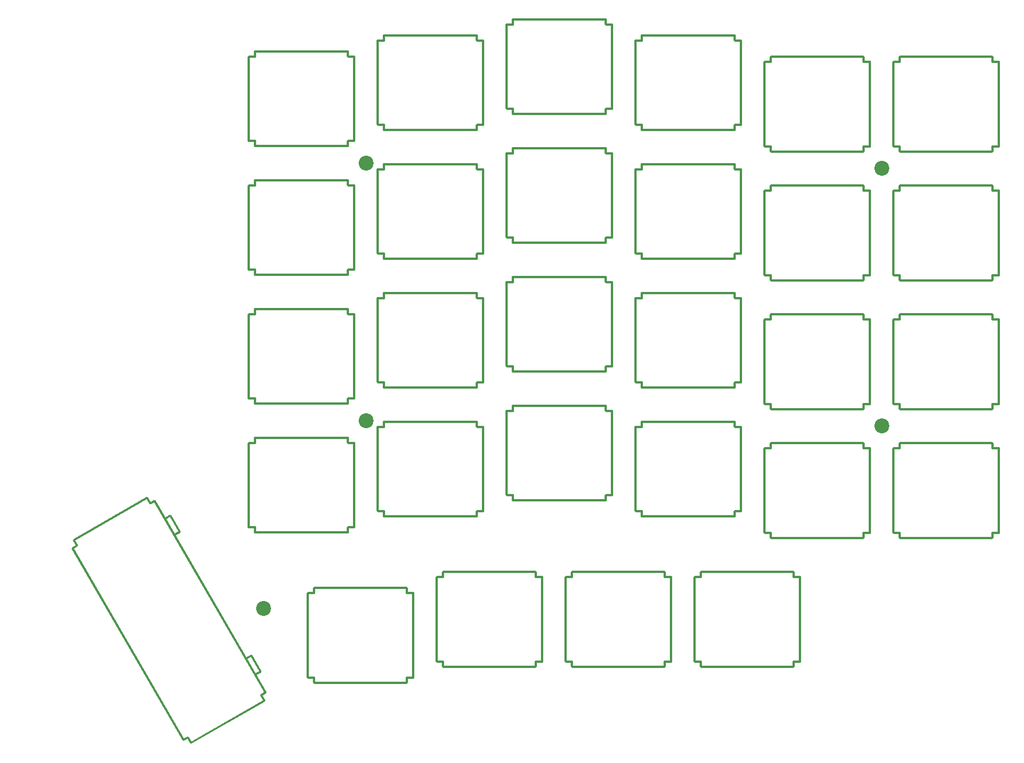
<source format=gbr>
%TF.GenerationSoftware,KiCad,Pcbnew,(5.1.9-0-10_14)*%
%TF.CreationDate,2021-04-19T01:21:19-05:00*%
%TF.ProjectId,wren-right-top,7772656e-2d72-4696-9768-742d746f702e,rev?*%
%TF.SameCoordinates,Original*%
%TF.FileFunction,Soldermask,Top*%
%TF.FilePolarity,Negative*%
%FSLAX46Y46*%
G04 Gerber Fmt 4.6, Leading zero omitted, Abs format (unit mm)*
G04 Created by KiCad (PCBNEW (5.1.9-0-10_14)) date 2021-04-19 01:21:19*
%MOMM*%
%LPD*%
G01*
G04 APERTURE LIST*
%ADD10O,0.300000X1.050000*%
%ADD11O,1.250000X0.300000*%
%ADD12O,0.300000X12.800000*%
%ADD13O,14.000000X0.300000*%
%ADD14C,2.200000*%
G04 APERTURE END LIST*
D10*
%TO.C,MX44*%
X143400750Y-141562500D03*
D11*
X143875750Y-141187500D03*
X143875750Y-128687500D03*
D10*
X143400750Y-128312500D03*
X129700750Y-128312500D03*
D11*
X129225750Y-128687500D03*
X129225750Y-141187500D03*
D10*
X129700750Y-141562500D03*
D12*
X144350750Y-134937500D03*
X128750750Y-134937500D03*
D13*
X136550750Y-141937500D03*
X136550750Y-127937500D03*
%TD*%
%TO.C,MX41*%
G36*
G01*
X63337900Y-140417803D02*
X62546006Y-140875003D01*
G75*
G02*
X62337824Y-140819221I-76200J131982D01*
G01*
X62337824Y-140819221D01*
G75*
G02*
X62393606Y-140611039I131982J76200D01*
G01*
X63185500Y-140153839D01*
G75*
G02*
X63393682Y-140209621I76200J-131982D01*
G01*
X63393682Y-140209621D01*
G75*
G02*
X63337900Y-140417803I-131982J-76200D01*
G01*
G37*
G36*
G01*
X64709500Y-142793484D02*
X63917606Y-143250684D01*
G75*
G02*
X63709424Y-143194902I-76200J131982D01*
G01*
X63709424Y-143194902D01*
G75*
G02*
X63765206Y-142986720I131982J76200D01*
G01*
X64557100Y-142529520D01*
G75*
G02*
X64765282Y-142585302I76200J-131982D01*
G01*
X64765282Y-142585302D01*
G75*
G02*
X64709500Y-142793484I-131982J-76200D01*
G01*
G37*
G36*
G01*
X52771500Y-122116261D02*
X51979606Y-122573461D01*
G75*
G02*
X51771424Y-122517679I-76200J131982D01*
G01*
X51771424Y-122517679D01*
G75*
G02*
X51827206Y-122309497I131982J76200D01*
G01*
X52619100Y-121852297D01*
G75*
G02*
X52827282Y-121908079I76200J-131982D01*
G01*
X52827282Y-121908079D01*
G75*
G02*
X52771500Y-122116261I-131982J-76200D01*
G01*
G37*
G36*
G01*
X65442178Y-145907320D02*
X64792658Y-146282320D01*
G75*
G02*
X64587754Y-146227416I-75000J129904D01*
G01*
X64587754Y-146227416D01*
G75*
G02*
X64642658Y-146022512I129904J75000D01*
G01*
X65292178Y-145647512D01*
G75*
G02*
X65497082Y-145702416I75000J-129904D01*
G01*
X65497082Y-145702416D01*
G75*
G02*
X65442178Y-145907320I-129904J-75000D01*
G01*
G37*
G36*
G01*
X52771500Y-122116261D02*
X52771500Y-122116261D01*
G75*
G02*
X52563318Y-122060479I-76200J131982D01*
G01*
X51191718Y-119684799D01*
G75*
G02*
X51247500Y-119476617I131982J76200D01*
G01*
X51247500Y-119476617D01*
G75*
G02*
X51455682Y-119532399I76200J-131982D01*
G01*
X52827282Y-121908079D01*
G75*
G02*
X52771500Y-122116261I-131982J-76200D01*
G01*
G37*
G36*
G01*
X64709500Y-142793483D02*
X64709500Y-142793483D01*
G75*
G02*
X64501318Y-142737701I-76200J131982D01*
G01*
X63129718Y-140362021D01*
G75*
G02*
X63185500Y-140153839I131982J76200D01*
G01*
X63185500Y-140153839D01*
G75*
G02*
X63393682Y-140209621I76200J-131982D01*
G01*
X64765282Y-142585301D01*
G75*
G02*
X64709500Y-142793483I-131982J-76200D01*
G01*
G37*
G36*
G01*
X53317822Y-152907320D02*
X53317822Y-152907320D01*
G75*
G02*
X53112918Y-152852416I-75000J129904D01*
G01*
X36737918Y-124490084D01*
G75*
G02*
X36792822Y-124285180I129904J75000D01*
G01*
X36792822Y-124285180D01*
G75*
G02*
X36997726Y-124340084I75000J-129904D01*
G01*
X53372726Y-152702416D01*
G75*
G02*
X53317822Y-152907320I-129904J-75000D01*
G01*
G37*
G36*
G01*
X37592341Y-124169988D02*
X37592341Y-124169988D01*
G75*
G02*
X37387437Y-124115084I-75000J129904D01*
G01*
X36912437Y-123292360D01*
G75*
G02*
X36967341Y-123087456I129904J75000D01*
G01*
X36967341Y-123087456D01*
G75*
G02*
X37172245Y-123142360I75000J-129904D01*
G01*
X37647245Y-123965084D01*
G75*
G02*
X37592341Y-124169988I-129904J-75000D01*
G01*
G37*
G36*
G01*
X48417659Y-117919988D02*
X48417659Y-117919988D01*
G75*
G02*
X48212755Y-117865084I-75000J129904D01*
G01*
X47737755Y-117042360D01*
G75*
G02*
X47792659Y-116837456I129904J75000D01*
G01*
X47792659Y-116837456D01*
G75*
G02*
X47997563Y-116892360I75000J-129904D01*
G01*
X48472563Y-117715084D01*
G75*
G02*
X48417659Y-117919988I-129904J-75000D01*
G01*
G37*
G36*
G01*
X49067178Y-117544988D02*
X48417658Y-117919988D01*
G75*
G02*
X48212754Y-117865084I-75000J129904D01*
G01*
X48212754Y-117865084D01*
G75*
G02*
X48267658Y-117660180I129904J75000D01*
G01*
X48917178Y-117285180D01*
G75*
G02*
X49122082Y-117340084I75000J-129904D01*
G01*
X49122082Y-117340084D01*
G75*
G02*
X49067178Y-117544988I-129904J-75000D01*
G01*
G37*
G36*
G01*
X37592342Y-124169988D02*
X36942822Y-124544988D01*
G75*
G02*
X36737918Y-124490084I-75000J129904D01*
G01*
X36737918Y-124490084D01*
G75*
G02*
X36792822Y-124285180I129904J75000D01*
G01*
X37442342Y-123910180D01*
G75*
G02*
X37647246Y-123965084I75000J-129904D01*
G01*
X37647246Y-123965084D01*
G75*
G02*
X37592342Y-124169988I-129904J-75000D01*
G01*
G37*
G36*
G01*
X47942659Y-117097264D02*
X37117341Y-123347264D01*
G75*
G02*
X36912437Y-123292360I-75000J129904D01*
G01*
X36912437Y-123292360D01*
G75*
G02*
X36967341Y-123087456I129904J75000D01*
G01*
X47792659Y-116837456D01*
G75*
G02*
X47997563Y-116892360I75000J-129904D01*
G01*
X47997563Y-116892360D01*
G75*
G02*
X47942659Y-117097264I-129904J-75000D01*
G01*
G37*
G36*
G01*
X65442178Y-145907320D02*
X65442178Y-145907320D01*
G75*
G02*
X65237274Y-145852416I-75000J129904D01*
G01*
X48862274Y-117490084D01*
G75*
G02*
X48917178Y-117285180I129904J75000D01*
G01*
X48917178Y-117285180D01*
G75*
G02*
X49122082Y-117340084I75000J-129904D01*
G01*
X65497082Y-145702416D01*
G75*
G02*
X65442178Y-145907320I-129904J-75000D01*
G01*
G37*
G36*
G01*
X65267659Y-147105044D02*
X54442341Y-153355044D01*
G75*
G02*
X54237437Y-153300140I-75000J129904D01*
G01*
X54237437Y-153300140D01*
G75*
G02*
X54292341Y-153095236I129904J75000D01*
G01*
X65117659Y-146845236D01*
G75*
G02*
X65322563Y-146900140I75000J-129904D01*
G01*
X65322563Y-146900140D01*
G75*
G02*
X65267659Y-147105044I-129904J-75000D01*
G01*
G37*
G36*
G01*
X51399900Y-119740580D02*
X50608006Y-120197780D01*
G75*
G02*
X50399824Y-120141998I-76200J131982D01*
G01*
X50399824Y-120141998D01*
G75*
G02*
X50455606Y-119933816I131982J76200D01*
G01*
X51247500Y-119476616D01*
G75*
G02*
X51455682Y-119532398I76200J-131982D01*
G01*
X51455682Y-119532398D01*
G75*
G02*
X51399900Y-119740580I-131982J-76200D01*
G01*
G37*
G36*
G01*
X65267659Y-147105044D02*
X65267659Y-147105044D01*
G75*
G02*
X65062755Y-147050140I-75000J129904D01*
G01*
X64587755Y-146227416D01*
G75*
G02*
X64642659Y-146022512I129904J75000D01*
G01*
X64642659Y-146022512D01*
G75*
G02*
X64847563Y-146077416I75000J-129904D01*
G01*
X65322563Y-146900140D01*
G75*
G02*
X65267659Y-147105044I-129904J-75000D01*
G01*
G37*
G36*
G01*
X54442341Y-153355044D02*
X54442341Y-153355044D01*
G75*
G02*
X54237437Y-153300140I-75000J129904D01*
G01*
X53762437Y-152477416D01*
G75*
G02*
X53817341Y-152272512I129904J75000D01*
G01*
X53817341Y-152272512D01*
G75*
G02*
X54022245Y-152327416I75000J-129904D01*
G01*
X54497245Y-153150140D01*
G75*
G02*
X54442341Y-153355044I-129904J-75000D01*
G01*
G37*
G36*
G01*
X53967342Y-152532320D02*
X53317822Y-152907320D01*
G75*
G02*
X53112918Y-152852416I-75000J129904D01*
G01*
X53112918Y-152852416D01*
G75*
G02*
X53167822Y-152647512I129904J75000D01*
G01*
X53817342Y-152272512D01*
G75*
G02*
X54022246Y-152327416I75000J-129904D01*
G01*
X54022246Y-152327416D01*
G75*
G02*
X53967342Y-152532320I-129904J-75000D01*
G01*
G37*
%TD*%
%TO.C,MX44*%
X117506750Y-127937500D03*
X117506750Y-141937500D03*
D12*
X109706750Y-134937500D03*
X125306750Y-134937500D03*
D10*
X110656750Y-141562500D03*
D11*
X110181750Y-141187500D03*
X110181750Y-128687500D03*
D10*
X110656750Y-128312500D03*
X124356750Y-128312500D03*
D11*
X124831750Y-128687500D03*
X124831750Y-141187500D03*
D10*
X124356750Y-141562500D03*
%TD*%
D13*
%TO.C,MX43*%
X98456750Y-127937500D03*
X98456750Y-141937500D03*
D12*
X90656750Y-134937500D03*
X106256750Y-134937500D03*
D10*
X91606750Y-141562500D03*
D11*
X91131750Y-141187500D03*
X91131750Y-128687500D03*
D10*
X91606750Y-128312500D03*
X105306750Y-128312500D03*
D11*
X105781750Y-128687500D03*
X105781750Y-141187500D03*
D10*
X105306750Y-141562500D03*
%TD*%
D13*
%TO.C,MX42*%
X79406750Y-130318750D03*
X79406750Y-144318750D03*
D12*
X71606750Y-137318750D03*
X87206750Y-137318750D03*
D10*
X72556750Y-143943750D03*
D11*
X72081750Y-143568750D03*
X72081750Y-131068750D03*
D10*
X72556750Y-130693750D03*
X86256750Y-130693750D03*
D11*
X86731750Y-131068750D03*
X86731750Y-143568750D03*
D10*
X86256750Y-143943750D03*
%TD*%
D13*
%TO.C,MX36*%
X165925500Y-108887500D03*
X165925500Y-122887500D03*
D12*
X158125500Y-115887500D03*
X173725500Y-115887500D03*
D10*
X159075500Y-122512500D03*
D11*
X158600500Y-122137500D03*
X158600500Y-109637500D03*
D10*
X159075500Y-109262500D03*
X172775500Y-109262500D03*
D11*
X173250500Y-109637500D03*
X173250500Y-122137500D03*
D10*
X172775500Y-122512500D03*
%TD*%
D13*
%TO.C,MX35*%
X146875500Y-108887500D03*
X146875500Y-122887500D03*
D12*
X139075500Y-115887500D03*
X154675500Y-115887500D03*
D10*
X140025500Y-122512500D03*
D11*
X139550500Y-122137500D03*
X139550500Y-109637500D03*
D10*
X140025500Y-109262500D03*
X153725500Y-109262500D03*
D11*
X154200500Y-109637500D03*
X154200500Y-122137500D03*
D10*
X153725500Y-122512500D03*
%TD*%
D13*
%TO.C,MX34*%
X127825500Y-105712500D03*
X127825500Y-119712500D03*
D12*
X120025500Y-112712500D03*
X135625500Y-112712500D03*
D10*
X120975500Y-119337500D03*
D11*
X120500500Y-118962500D03*
X120500500Y-106462500D03*
D10*
X120975500Y-106087500D03*
X134675500Y-106087500D03*
D11*
X135150500Y-106462500D03*
X135150500Y-118962500D03*
D10*
X134675500Y-119337500D03*
%TD*%
D13*
%TO.C,MX33*%
X108775500Y-103331250D03*
X108775500Y-117331250D03*
D12*
X100975500Y-110331250D03*
X116575500Y-110331250D03*
D10*
X101925500Y-116956250D03*
D11*
X101450500Y-116581250D03*
X101450500Y-104081250D03*
D10*
X101925500Y-103706250D03*
X115625500Y-103706250D03*
D11*
X116100500Y-104081250D03*
X116100500Y-116581250D03*
D10*
X115625500Y-116956250D03*
%TD*%
D13*
%TO.C,MX32*%
X89725500Y-105712500D03*
X89725500Y-119712500D03*
D12*
X81925500Y-112712500D03*
X97525500Y-112712500D03*
D10*
X82875500Y-119337500D03*
D11*
X82400500Y-118962500D03*
X82400500Y-106462500D03*
D10*
X82875500Y-106087500D03*
X96575500Y-106087500D03*
D11*
X97050500Y-106462500D03*
X97050500Y-118962500D03*
D10*
X96575500Y-119337500D03*
%TD*%
D13*
%TO.C,MX31*%
X70675500Y-108093750D03*
X70675500Y-122093750D03*
D12*
X62875500Y-115093750D03*
X78475500Y-115093750D03*
D10*
X63825500Y-121718750D03*
D11*
X63350500Y-121343750D03*
X63350500Y-108843750D03*
D10*
X63825500Y-108468750D03*
X77525500Y-108468750D03*
D11*
X78000500Y-108843750D03*
X78000500Y-121343750D03*
D10*
X77525500Y-121718750D03*
%TD*%
D13*
%TO.C,MX26*%
X165925500Y-89837500D03*
X165925500Y-103837500D03*
D12*
X158125500Y-96837500D03*
X173725500Y-96837500D03*
D10*
X159075500Y-103462500D03*
D11*
X158600500Y-103087500D03*
X158600500Y-90587500D03*
D10*
X159075500Y-90212500D03*
X172775500Y-90212500D03*
D11*
X173250500Y-90587500D03*
X173250500Y-103087500D03*
D10*
X172775500Y-103462500D03*
%TD*%
D13*
%TO.C,MX25*%
X146875500Y-89837500D03*
X146875500Y-103837500D03*
D12*
X139075500Y-96837500D03*
X154675500Y-96837500D03*
D10*
X140025500Y-103462500D03*
D11*
X139550500Y-103087500D03*
X139550500Y-90587500D03*
D10*
X140025500Y-90212500D03*
X153725500Y-90212500D03*
D11*
X154200500Y-90587500D03*
X154200500Y-103087500D03*
D10*
X153725500Y-103462500D03*
%TD*%
D13*
%TO.C,MX24*%
X127825500Y-86662500D03*
X127825500Y-100662500D03*
D12*
X120025500Y-93662500D03*
X135625500Y-93662500D03*
D10*
X120975500Y-100287500D03*
D11*
X120500500Y-99912500D03*
X120500500Y-87412500D03*
D10*
X120975500Y-87037500D03*
X134675500Y-87037500D03*
D11*
X135150500Y-87412500D03*
X135150500Y-99912500D03*
D10*
X134675500Y-100287500D03*
%TD*%
D13*
%TO.C,MX23*%
X108775500Y-84281250D03*
X108775500Y-98281250D03*
D12*
X100975500Y-91281250D03*
X116575500Y-91281250D03*
D10*
X101925500Y-97906250D03*
D11*
X101450500Y-97531250D03*
X101450500Y-85031250D03*
D10*
X101925500Y-84656250D03*
X115625500Y-84656250D03*
D11*
X116100500Y-85031250D03*
X116100500Y-97531250D03*
D10*
X115625500Y-97906250D03*
%TD*%
D13*
%TO.C,MX22*%
X89725500Y-86662500D03*
X89725500Y-100662500D03*
D12*
X81925500Y-93662500D03*
X97525500Y-93662500D03*
D10*
X82875500Y-100287500D03*
D11*
X82400500Y-99912500D03*
X82400500Y-87412500D03*
D10*
X82875500Y-87037500D03*
X96575500Y-87037500D03*
D11*
X97050500Y-87412500D03*
X97050500Y-99912500D03*
D10*
X96575500Y-100287500D03*
%TD*%
D13*
%TO.C,MX21*%
X70675500Y-89043750D03*
X70675500Y-103043750D03*
D12*
X62875500Y-96043750D03*
X78475500Y-96043750D03*
D10*
X63825500Y-102668750D03*
D11*
X63350500Y-102293750D03*
X63350500Y-89793750D03*
D10*
X63825500Y-89418750D03*
X77525500Y-89418750D03*
D11*
X78000500Y-89793750D03*
X78000500Y-102293750D03*
D10*
X77525500Y-102668750D03*
%TD*%
D13*
%TO.C,MX16*%
X165925500Y-70787500D03*
X165925500Y-84787500D03*
D12*
X158125500Y-77787500D03*
X173725500Y-77787500D03*
D10*
X159075500Y-84412500D03*
D11*
X158600500Y-84037500D03*
X158600500Y-71537500D03*
D10*
X159075500Y-71162500D03*
X172775500Y-71162500D03*
D11*
X173250500Y-71537500D03*
X173250500Y-84037500D03*
D10*
X172775500Y-84412500D03*
%TD*%
D13*
%TO.C,MX15*%
X146875500Y-70787500D03*
X146875500Y-84787500D03*
D12*
X139075500Y-77787500D03*
X154675500Y-77787500D03*
D10*
X140025500Y-84412500D03*
D11*
X139550500Y-84037500D03*
X139550500Y-71537500D03*
D10*
X140025500Y-71162500D03*
X153725500Y-71162500D03*
D11*
X154200500Y-71537500D03*
X154200500Y-84037500D03*
D10*
X153725500Y-84412500D03*
%TD*%
D13*
%TO.C,MX14*%
X127825500Y-67612500D03*
X127825500Y-81612500D03*
D12*
X120025500Y-74612500D03*
X135625500Y-74612500D03*
D10*
X120975500Y-81237500D03*
D11*
X120500500Y-80862500D03*
X120500500Y-68362500D03*
D10*
X120975500Y-67987500D03*
X134675500Y-67987500D03*
D11*
X135150500Y-68362500D03*
X135150500Y-80862500D03*
D10*
X134675500Y-81237500D03*
%TD*%
D13*
%TO.C,MX13*%
X108775500Y-65231250D03*
X108775500Y-79231250D03*
D12*
X100975500Y-72231250D03*
X116575500Y-72231250D03*
D10*
X101925500Y-78856250D03*
D11*
X101450500Y-78481250D03*
X101450500Y-65981250D03*
D10*
X101925500Y-65606250D03*
X115625500Y-65606250D03*
D11*
X116100500Y-65981250D03*
X116100500Y-78481250D03*
D10*
X115625500Y-78856250D03*
%TD*%
D13*
%TO.C,MX12*%
X89725500Y-67612500D03*
X89725500Y-81612500D03*
D12*
X81925500Y-74612500D03*
X97525500Y-74612500D03*
D10*
X82875500Y-81237500D03*
D11*
X82400500Y-80862500D03*
X82400500Y-68362500D03*
D10*
X82875500Y-67987500D03*
X96575500Y-67987500D03*
D11*
X97050500Y-68362500D03*
X97050500Y-80862500D03*
D10*
X96575500Y-81237500D03*
%TD*%
D13*
%TO.C,MX11*%
X70675500Y-69993750D03*
X70675500Y-83993750D03*
D12*
X62875500Y-76993750D03*
X78475500Y-76993750D03*
D10*
X63825500Y-83618750D03*
D11*
X63350500Y-83243750D03*
X63350500Y-70743750D03*
D10*
X63825500Y-70368750D03*
X77525500Y-70368750D03*
D11*
X78000500Y-70743750D03*
X78000500Y-83243750D03*
D10*
X77525500Y-83618750D03*
%TD*%
D13*
%TO.C,MX6*%
X165925500Y-51737500D03*
X165925500Y-65737500D03*
D12*
X158125500Y-58737500D03*
X173725500Y-58737500D03*
D10*
X159075500Y-65362500D03*
D11*
X158600500Y-64987500D03*
X158600500Y-52487500D03*
D10*
X159075500Y-52112500D03*
X172775500Y-52112500D03*
D11*
X173250500Y-52487500D03*
X173250500Y-64987500D03*
D10*
X172775500Y-65362500D03*
%TD*%
D13*
%TO.C,MX5*%
X146875500Y-51737500D03*
X146875500Y-65737500D03*
D12*
X139075500Y-58737500D03*
X154675500Y-58737500D03*
D10*
X140025500Y-65362500D03*
D11*
X139550500Y-64987500D03*
X139550500Y-52487500D03*
D10*
X140025500Y-52112500D03*
X153725500Y-52112500D03*
D11*
X154200500Y-52487500D03*
X154200500Y-64987500D03*
D10*
X153725500Y-65362500D03*
%TD*%
D13*
%TO.C,MX4*%
X127825500Y-48562500D03*
X127825500Y-62562500D03*
D12*
X120025500Y-55562500D03*
X135625500Y-55562500D03*
D10*
X120975500Y-62187500D03*
D11*
X120500500Y-61812500D03*
X120500500Y-49312500D03*
D10*
X120975500Y-48937500D03*
X134675500Y-48937500D03*
D11*
X135150500Y-49312500D03*
X135150500Y-61812500D03*
D10*
X134675500Y-62187500D03*
%TD*%
D13*
%TO.C,MX3*%
X108775500Y-46181250D03*
X108775500Y-60181250D03*
D12*
X100975500Y-53181250D03*
X116575500Y-53181250D03*
D10*
X101925500Y-59806250D03*
D11*
X101450500Y-59431250D03*
X101450500Y-46931250D03*
D10*
X101925500Y-46556250D03*
X115625500Y-46556250D03*
D11*
X116100500Y-46931250D03*
X116100500Y-59431250D03*
D10*
X115625500Y-59806250D03*
%TD*%
D13*
%TO.C,MX2*%
X89725500Y-48562500D03*
X89725500Y-62562500D03*
D12*
X81925500Y-55562500D03*
X97525500Y-55562500D03*
D10*
X82875500Y-62187500D03*
D11*
X82400500Y-61812500D03*
X82400500Y-49312500D03*
D10*
X82875500Y-48937500D03*
X96575500Y-48937500D03*
D11*
X97050500Y-49312500D03*
X97050500Y-61812500D03*
D10*
X96575500Y-62187500D03*
%TD*%
D13*
%TO.C,MX1*%
X70675500Y-50943750D03*
X70675500Y-64943750D03*
D12*
X62875500Y-57943750D03*
X78475500Y-57943750D03*
D10*
X63825500Y-64568750D03*
D11*
X63350500Y-64193750D03*
X63350500Y-51693750D03*
D10*
X63825500Y-51318750D03*
X77525500Y-51318750D03*
D11*
X78000500Y-51693750D03*
X78000500Y-64193750D03*
D10*
X77525500Y-64568750D03*
%TD*%
D14*
%TO.C,H7*%
X65119250Y-133350000D03*
%TD*%
%TO.C,H6*%
X80200500Y-105568750D03*
%TD*%
%TO.C,H5*%
X156400500Y-106362500D03*
%TD*%
%TO.C,H3*%
X80200500Y-67468750D03*
%TD*%
%TO.C,H2*%
X156400500Y-68262500D03*
%TD*%
M02*

</source>
